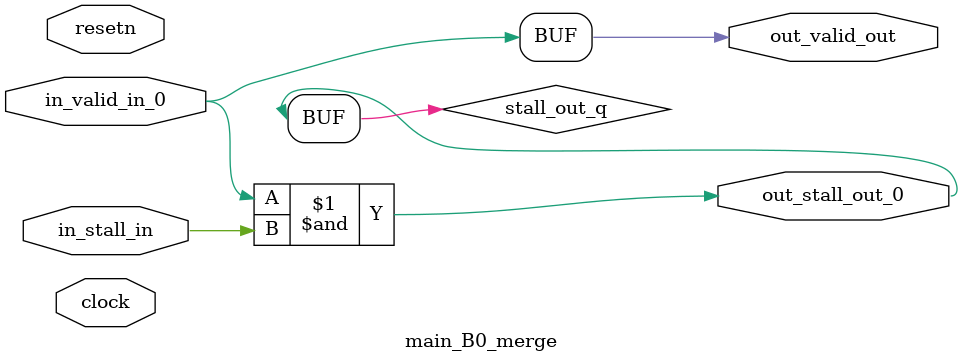
<source format=sv>



(* altera_attribute = "-name AUTO_SHIFT_REGISTER_RECOGNITION OFF; -name MESSAGE_DISABLE 10036; -name MESSAGE_DISABLE 10037; -name MESSAGE_DISABLE 14130; -name MESSAGE_DISABLE 14320; -name MESSAGE_DISABLE 15400; -name MESSAGE_DISABLE 14130; -name MESSAGE_DISABLE 10036; -name MESSAGE_DISABLE 12020; -name MESSAGE_DISABLE 12030; -name MESSAGE_DISABLE 12010; -name MESSAGE_DISABLE 12110; -name MESSAGE_DISABLE 14320; -name MESSAGE_DISABLE 13410; -name MESSAGE_DISABLE 113007; -name MESSAGE_DISABLE 10958" *)
module main_B0_merge (
    input wire [0:0] in_stall_in,
    input wire [0:0] in_valid_in_0,
    output wire [0:0] out_stall_out_0,
    output wire [0:0] out_valid_out,
    input wire clock,
    input wire resetn
    );

    wire [0:0] stall_out_q;


    // stall_out(LOGICAL,6)
    assign stall_out_q = in_valid_in_0 & in_stall_in;

    // out_stall_out_0(GPOUT,4)
    assign out_stall_out_0 = stall_out_q;

    // out_valid_out(GPOUT,5)
    assign out_valid_out = in_valid_in_0;

endmodule

</source>
